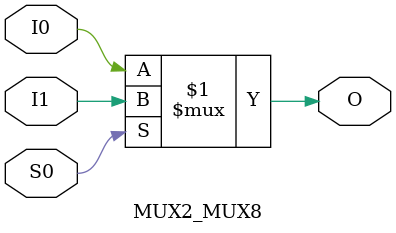
<source format=v>
`ifdef verilator3
`else
`timescale 1 ps / 1 ps
`endif

module MUX2_MUX8
(
    input  I0,
    input  I1,
    input  S0,
    output O
);

    assign O = (S0) ? I1 : I0;

endmodule

</source>
